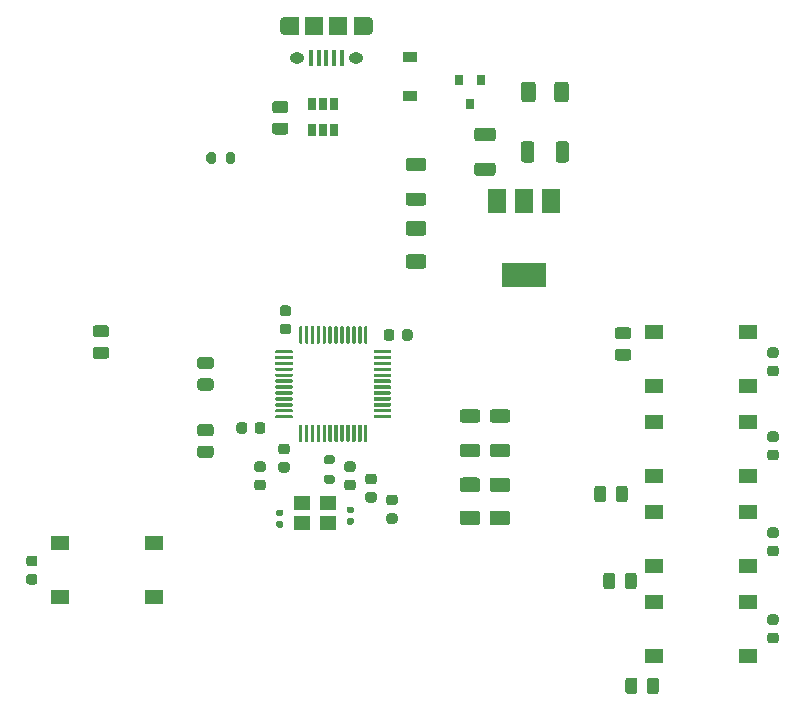
<source format=gtp>
G04 #@! TF.GenerationSoftware,KiCad,Pcbnew,5.1.10-88a1d61d58~90~ubuntu20.04.1*
G04 #@! TF.CreationDate,2021-11-20T18:16:27-05:00*
G04 #@! TF.ProjectId,WiFiSTMBoard,57694669-5354-44d4-926f-6172642e6b69,rev?*
G04 #@! TF.SameCoordinates,Original*
G04 #@! TF.FileFunction,Paste,Top*
G04 #@! TF.FilePolarity,Positive*
%FSLAX46Y46*%
G04 Gerber Fmt 4.6, Leading zero omitted, Abs format (unit mm)*
G04 Created by KiCad (PCBNEW 5.1.10-88a1d61d58~90~ubuntu20.04.1) date 2021-11-20 18:16:27*
%MOMM*%
%LPD*%
G01*
G04 APERTURE LIST*
%ADD10R,1.400000X1.200000*%
%ADD11R,0.650000X1.060000*%
%ADD12R,1.500000X2.000000*%
%ADD13R,3.800000X2.000000*%
%ADD14R,1.550000X1.300000*%
%ADD15R,0.800000X0.900000*%
%ADD16O,1.250000X0.950000*%
%ADD17R,1.200000X1.550000*%
%ADD18O,0.890000X1.550000*%
%ADD19R,1.500000X1.550000*%
%ADD20R,0.400000X1.350000*%
%ADD21R,1.200000X0.900000*%
G04 APERTURE END LIST*
G36*
G01*
X105059600Y-109173600D02*
X103734600Y-109173600D01*
G75*
G02*
X103659600Y-109098600I0J75000D01*
G01*
X103659600Y-108948600D01*
G75*
G02*
X103734600Y-108873600I75000J0D01*
G01*
X105059600Y-108873600D01*
G75*
G02*
X105134600Y-108948600I0J-75000D01*
G01*
X105134600Y-109098600D01*
G75*
G02*
X105059600Y-109173600I-75000J0D01*
G01*
G37*
G36*
G01*
X105059600Y-108673600D02*
X103734600Y-108673600D01*
G75*
G02*
X103659600Y-108598600I0J75000D01*
G01*
X103659600Y-108448600D01*
G75*
G02*
X103734600Y-108373600I75000J0D01*
G01*
X105059600Y-108373600D01*
G75*
G02*
X105134600Y-108448600I0J-75000D01*
G01*
X105134600Y-108598600D01*
G75*
G02*
X105059600Y-108673600I-75000J0D01*
G01*
G37*
G36*
G01*
X105059600Y-108173600D02*
X103734600Y-108173600D01*
G75*
G02*
X103659600Y-108098600I0J75000D01*
G01*
X103659600Y-107948600D01*
G75*
G02*
X103734600Y-107873600I75000J0D01*
G01*
X105059600Y-107873600D01*
G75*
G02*
X105134600Y-107948600I0J-75000D01*
G01*
X105134600Y-108098600D01*
G75*
G02*
X105059600Y-108173600I-75000J0D01*
G01*
G37*
G36*
G01*
X105059600Y-107673600D02*
X103734600Y-107673600D01*
G75*
G02*
X103659600Y-107598600I0J75000D01*
G01*
X103659600Y-107448600D01*
G75*
G02*
X103734600Y-107373600I75000J0D01*
G01*
X105059600Y-107373600D01*
G75*
G02*
X105134600Y-107448600I0J-75000D01*
G01*
X105134600Y-107598600D01*
G75*
G02*
X105059600Y-107673600I-75000J0D01*
G01*
G37*
G36*
G01*
X105059600Y-107173600D02*
X103734600Y-107173600D01*
G75*
G02*
X103659600Y-107098600I0J75000D01*
G01*
X103659600Y-106948600D01*
G75*
G02*
X103734600Y-106873600I75000J0D01*
G01*
X105059600Y-106873600D01*
G75*
G02*
X105134600Y-106948600I0J-75000D01*
G01*
X105134600Y-107098600D01*
G75*
G02*
X105059600Y-107173600I-75000J0D01*
G01*
G37*
G36*
G01*
X105059600Y-106673600D02*
X103734600Y-106673600D01*
G75*
G02*
X103659600Y-106598600I0J75000D01*
G01*
X103659600Y-106448600D01*
G75*
G02*
X103734600Y-106373600I75000J0D01*
G01*
X105059600Y-106373600D01*
G75*
G02*
X105134600Y-106448600I0J-75000D01*
G01*
X105134600Y-106598600D01*
G75*
G02*
X105059600Y-106673600I-75000J0D01*
G01*
G37*
G36*
G01*
X105059600Y-106173600D02*
X103734600Y-106173600D01*
G75*
G02*
X103659600Y-106098600I0J75000D01*
G01*
X103659600Y-105948600D01*
G75*
G02*
X103734600Y-105873600I75000J0D01*
G01*
X105059600Y-105873600D01*
G75*
G02*
X105134600Y-105948600I0J-75000D01*
G01*
X105134600Y-106098600D01*
G75*
G02*
X105059600Y-106173600I-75000J0D01*
G01*
G37*
G36*
G01*
X105059600Y-105673600D02*
X103734600Y-105673600D01*
G75*
G02*
X103659600Y-105598600I0J75000D01*
G01*
X103659600Y-105448600D01*
G75*
G02*
X103734600Y-105373600I75000J0D01*
G01*
X105059600Y-105373600D01*
G75*
G02*
X105134600Y-105448600I0J-75000D01*
G01*
X105134600Y-105598600D01*
G75*
G02*
X105059600Y-105673600I-75000J0D01*
G01*
G37*
G36*
G01*
X105059600Y-105173600D02*
X103734600Y-105173600D01*
G75*
G02*
X103659600Y-105098600I0J75000D01*
G01*
X103659600Y-104948600D01*
G75*
G02*
X103734600Y-104873600I75000J0D01*
G01*
X105059600Y-104873600D01*
G75*
G02*
X105134600Y-104948600I0J-75000D01*
G01*
X105134600Y-105098600D01*
G75*
G02*
X105059600Y-105173600I-75000J0D01*
G01*
G37*
G36*
G01*
X105059600Y-104673600D02*
X103734600Y-104673600D01*
G75*
G02*
X103659600Y-104598600I0J75000D01*
G01*
X103659600Y-104448600D01*
G75*
G02*
X103734600Y-104373600I75000J0D01*
G01*
X105059600Y-104373600D01*
G75*
G02*
X105134600Y-104448600I0J-75000D01*
G01*
X105134600Y-104598600D01*
G75*
G02*
X105059600Y-104673600I-75000J0D01*
G01*
G37*
G36*
G01*
X105059600Y-104173600D02*
X103734600Y-104173600D01*
G75*
G02*
X103659600Y-104098600I0J75000D01*
G01*
X103659600Y-103948600D01*
G75*
G02*
X103734600Y-103873600I75000J0D01*
G01*
X105059600Y-103873600D01*
G75*
G02*
X105134600Y-103948600I0J-75000D01*
G01*
X105134600Y-104098600D01*
G75*
G02*
X105059600Y-104173600I-75000J0D01*
G01*
G37*
G36*
G01*
X105059600Y-103673600D02*
X103734600Y-103673600D01*
G75*
G02*
X103659600Y-103598600I0J75000D01*
G01*
X103659600Y-103448600D01*
G75*
G02*
X103734600Y-103373600I75000J0D01*
G01*
X105059600Y-103373600D01*
G75*
G02*
X105134600Y-103448600I0J-75000D01*
G01*
X105134600Y-103598600D01*
G75*
G02*
X105059600Y-103673600I-75000J0D01*
G01*
G37*
G36*
G01*
X105884600Y-102848600D02*
X105734600Y-102848600D01*
G75*
G02*
X105659600Y-102773600I0J75000D01*
G01*
X105659600Y-101448600D01*
G75*
G02*
X105734600Y-101373600I75000J0D01*
G01*
X105884600Y-101373600D01*
G75*
G02*
X105959600Y-101448600I0J-75000D01*
G01*
X105959600Y-102773600D01*
G75*
G02*
X105884600Y-102848600I-75000J0D01*
G01*
G37*
G36*
G01*
X106384600Y-102848600D02*
X106234600Y-102848600D01*
G75*
G02*
X106159600Y-102773600I0J75000D01*
G01*
X106159600Y-101448600D01*
G75*
G02*
X106234600Y-101373600I75000J0D01*
G01*
X106384600Y-101373600D01*
G75*
G02*
X106459600Y-101448600I0J-75000D01*
G01*
X106459600Y-102773600D01*
G75*
G02*
X106384600Y-102848600I-75000J0D01*
G01*
G37*
G36*
G01*
X106884600Y-102848600D02*
X106734600Y-102848600D01*
G75*
G02*
X106659600Y-102773600I0J75000D01*
G01*
X106659600Y-101448600D01*
G75*
G02*
X106734600Y-101373600I75000J0D01*
G01*
X106884600Y-101373600D01*
G75*
G02*
X106959600Y-101448600I0J-75000D01*
G01*
X106959600Y-102773600D01*
G75*
G02*
X106884600Y-102848600I-75000J0D01*
G01*
G37*
G36*
G01*
X107384600Y-102848600D02*
X107234600Y-102848600D01*
G75*
G02*
X107159600Y-102773600I0J75000D01*
G01*
X107159600Y-101448600D01*
G75*
G02*
X107234600Y-101373600I75000J0D01*
G01*
X107384600Y-101373600D01*
G75*
G02*
X107459600Y-101448600I0J-75000D01*
G01*
X107459600Y-102773600D01*
G75*
G02*
X107384600Y-102848600I-75000J0D01*
G01*
G37*
G36*
G01*
X107884600Y-102848600D02*
X107734600Y-102848600D01*
G75*
G02*
X107659600Y-102773600I0J75000D01*
G01*
X107659600Y-101448600D01*
G75*
G02*
X107734600Y-101373600I75000J0D01*
G01*
X107884600Y-101373600D01*
G75*
G02*
X107959600Y-101448600I0J-75000D01*
G01*
X107959600Y-102773600D01*
G75*
G02*
X107884600Y-102848600I-75000J0D01*
G01*
G37*
G36*
G01*
X108384600Y-102848600D02*
X108234600Y-102848600D01*
G75*
G02*
X108159600Y-102773600I0J75000D01*
G01*
X108159600Y-101448600D01*
G75*
G02*
X108234600Y-101373600I75000J0D01*
G01*
X108384600Y-101373600D01*
G75*
G02*
X108459600Y-101448600I0J-75000D01*
G01*
X108459600Y-102773600D01*
G75*
G02*
X108384600Y-102848600I-75000J0D01*
G01*
G37*
G36*
G01*
X108884600Y-102848600D02*
X108734600Y-102848600D01*
G75*
G02*
X108659600Y-102773600I0J75000D01*
G01*
X108659600Y-101448600D01*
G75*
G02*
X108734600Y-101373600I75000J0D01*
G01*
X108884600Y-101373600D01*
G75*
G02*
X108959600Y-101448600I0J-75000D01*
G01*
X108959600Y-102773600D01*
G75*
G02*
X108884600Y-102848600I-75000J0D01*
G01*
G37*
G36*
G01*
X109384600Y-102848600D02*
X109234600Y-102848600D01*
G75*
G02*
X109159600Y-102773600I0J75000D01*
G01*
X109159600Y-101448600D01*
G75*
G02*
X109234600Y-101373600I75000J0D01*
G01*
X109384600Y-101373600D01*
G75*
G02*
X109459600Y-101448600I0J-75000D01*
G01*
X109459600Y-102773600D01*
G75*
G02*
X109384600Y-102848600I-75000J0D01*
G01*
G37*
G36*
G01*
X109884600Y-102848600D02*
X109734600Y-102848600D01*
G75*
G02*
X109659600Y-102773600I0J75000D01*
G01*
X109659600Y-101448600D01*
G75*
G02*
X109734600Y-101373600I75000J0D01*
G01*
X109884600Y-101373600D01*
G75*
G02*
X109959600Y-101448600I0J-75000D01*
G01*
X109959600Y-102773600D01*
G75*
G02*
X109884600Y-102848600I-75000J0D01*
G01*
G37*
G36*
G01*
X110384600Y-102848600D02*
X110234600Y-102848600D01*
G75*
G02*
X110159600Y-102773600I0J75000D01*
G01*
X110159600Y-101448600D01*
G75*
G02*
X110234600Y-101373600I75000J0D01*
G01*
X110384600Y-101373600D01*
G75*
G02*
X110459600Y-101448600I0J-75000D01*
G01*
X110459600Y-102773600D01*
G75*
G02*
X110384600Y-102848600I-75000J0D01*
G01*
G37*
G36*
G01*
X110884600Y-102848600D02*
X110734600Y-102848600D01*
G75*
G02*
X110659600Y-102773600I0J75000D01*
G01*
X110659600Y-101448600D01*
G75*
G02*
X110734600Y-101373600I75000J0D01*
G01*
X110884600Y-101373600D01*
G75*
G02*
X110959600Y-101448600I0J-75000D01*
G01*
X110959600Y-102773600D01*
G75*
G02*
X110884600Y-102848600I-75000J0D01*
G01*
G37*
G36*
G01*
X111384600Y-102848600D02*
X111234600Y-102848600D01*
G75*
G02*
X111159600Y-102773600I0J75000D01*
G01*
X111159600Y-101448600D01*
G75*
G02*
X111234600Y-101373600I75000J0D01*
G01*
X111384600Y-101373600D01*
G75*
G02*
X111459600Y-101448600I0J-75000D01*
G01*
X111459600Y-102773600D01*
G75*
G02*
X111384600Y-102848600I-75000J0D01*
G01*
G37*
G36*
G01*
X113384600Y-103673600D02*
X112059600Y-103673600D01*
G75*
G02*
X111984600Y-103598600I0J75000D01*
G01*
X111984600Y-103448600D01*
G75*
G02*
X112059600Y-103373600I75000J0D01*
G01*
X113384600Y-103373600D01*
G75*
G02*
X113459600Y-103448600I0J-75000D01*
G01*
X113459600Y-103598600D01*
G75*
G02*
X113384600Y-103673600I-75000J0D01*
G01*
G37*
G36*
G01*
X113384600Y-104173600D02*
X112059600Y-104173600D01*
G75*
G02*
X111984600Y-104098600I0J75000D01*
G01*
X111984600Y-103948600D01*
G75*
G02*
X112059600Y-103873600I75000J0D01*
G01*
X113384600Y-103873600D01*
G75*
G02*
X113459600Y-103948600I0J-75000D01*
G01*
X113459600Y-104098600D01*
G75*
G02*
X113384600Y-104173600I-75000J0D01*
G01*
G37*
G36*
G01*
X113384600Y-104673600D02*
X112059600Y-104673600D01*
G75*
G02*
X111984600Y-104598600I0J75000D01*
G01*
X111984600Y-104448600D01*
G75*
G02*
X112059600Y-104373600I75000J0D01*
G01*
X113384600Y-104373600D01*
G75*
G02*
X113459600Y-104448600I0J-75000D01*
G01*
X113459600Y-104598600D01*
G75*
G02*
X113384600Y-104673600I-75000J0D01*
G01*
G37*
G36*
G01*
X113384600Y-105173600D02*
X112059600Y-105173600D01*
G75*
G02*
X111984600Y-105098600I0J75000D01*
G01*
X111984600Y-104948600D01*
G75*
G02*
X112059600Y-104873600I75000J0D01*
G01*
X113384600Y-104873600D01*
G75*
G02*
X113459600Y-104948600I0J-75000D01*
G01*
X113459600Y-105098600D01*
G75*
G02*
X113384600Y-105173600I-75000J0D01*
G01*
G37*
G36*
G01*
X113384600Y-105673600D02*
X112059600Y-105673600D01*
G75*
G02*
X111984600Y-105598600I0J75000D01*
G01*
X111984600Y-105448600D01*
G75*
G02*
X112059600Y-105373600I75000J0D01*
G01*
X113384600Y-105373600D01*
G75*
G02*
X113459600Y-105448600I0J-75000D01*
G01*
X113459600Y-105598600D01*
G75*
G02*
X113384600Y-105673600I-75000J0D01*
G01*
G37*
G36*
G01*
X113384600Y-106173600D02*
X112059600Y-106173600D01*
G75*
G02*
X111984600Y-106098600I0J75000D01*
G01*
X111984600Y-105948600D01*
G75*
G02*
X112059600Y-105873600I75000J0D01*
G01*
X113384600Y-105873600D01*
G75*
G02*
X113459600Y-105948600I0J-75000D01*
G01*
X113459600Y-106098600D01*
G75*
G02*
X113384600Y-106173600I-75000J0D01*
G01*
G37*
G36*
G01*
X113384600Y-106673600D02*
X112059600Y-106673600D01*
G75*
G02*
X111984600Y-106598600I0J75000D01*
G01*
X111984600Y-106448600D01*
G75*
G02*
X112059600Y-106373600I75000J0D01*
G01*
X113384600Y-106373600D01*
G75*
G02*
X113459600Y-106448600I0J-75000D01*
G01*
X113459600Y-106598600D01*
G75*
G02*
X113384600Y-106673600I-75000J0D01*
G01*
G37*
G36*
G01*
X113384600Y-107173600D02*
X112059600Y-107173600D01*
G75*
G02*
X111984600Y-107098600I0J75000D01*
G01*
X111984600Y-106948600D01*
G75*
G02*
X112059600Y-106873600I75000J0D01*
G01*
X113384600Y-106873600D01*
G75*
G02*
X113459600Y-106948600I0J-75000D01*
G01*
X113459600Y-107098600D01*
G75*
G02*
X113384600Y-107173600I-75000J0D01*
G01*
G37*
G36*
G01*
X113384600Y-107673600D02*
X112059600Y-107673600D01*
G75*
G02*
X111984600Y-107598600I0J75000D01*
G01*
X111984600Y-107448600D01*
G75*
G02*
X112059600Y-107373600I75000J0D01*
G01*
X113384600Y-107373600D01*
G75*
G02*
X113459600Y-107448600I0J-75000D01*
G01*
X113459600Y-107598600D01*
G75*
G02*
X113384600Y-107673600I-75000J0D01*
G01*
G37*
G36*
G01*
X113384600Y-108173600D02*
X112059600Y-108173600D01*
G75*
G02*
X111984600Y-108098600I0J75000D01*
G01*
X111984600Y-107948600D01*
G75*
G02*
X112059600Y-107873600I75000J0D01*
G01*
X113384600Y-107873600D01*
G75*
G02*
X113459600Y-107948600I0J-75000D01*
G01*
X113459600Y-108098600D01*
G75*
G02*
X113384600Y-108173600I-75000J0D01*
G01*
G37*
G36*
G01*
X113384600Y-108673600D02*
X112059600Y-108673600D01*
G75*
G02*
X111984600Y-108598600I0J75000D01*
G01*
X111984600Y-108448600D01*
G75*
G02*
X112059600Y-108373600I75000J0D01*
G01*
X113384600Y-108373600D01*
G75*
G02*
X113459600Y-108448600I0J-75000D01*
G01*
X113459600Y-108598600D01*
G75*
G02*
X113384600Y-108673600I-75000J0D01*
G01*
G37*
G36*
G01*
X113384600Y-109173600D02*
X112059600Y-109173600D01*
G75*
G02*
X111984600Y-109098600I0J75000D01*
G01*
X111984600Y-108948600D01*
G75*
G02*
X112059600Y-108873600I75000J0D01*
G01*
X113384600Y-108873600D01*
G75*
G02*
X113459600Y-108948600I0J-75000D01*
G01*
X113459600Y-109098600D01*
G75*
G02*
X113384600Y-109173600I-75000J0D01*
G01*
G37*
G36*
G01*
X111384600Y-111173600D02*
X111234600Y-111173600D01*
G75*
G02*
X111159600Y-111098600I0J75000D01*
G01*
X111159600Y-109773600D01*
G75*
G02*
X111234600Y-109698600I75000J0D01*
G01*
X111384600Y-109698600D01*
G75*
G02*
X111459600Y-109773600I0J-75000D01*
G01*
X111459600Y-111098600D01*
G75*
G02*
X111384600Y-111173600I-75000J0D01*
G01*
G37*
G36*
G01*
X110884600Y-111173600D02*
X110734600Y-111173600D01*
G75*
G02*
X110659600Y-111098600I0J75000D01*
G01*
X110659600Y-109773600D01*
G75*
G02*
X110734600Y-109698600I75000J0D01*
G01*
X110884600Y-109698600D01*
G75*
G02*
X110959600Y-109773600I0J-75000D01*
G01*
X110959600Y-111098600D01*
G75*
G02*
X110884600Y-111173600I-75000J0D01*
G01*
G37*
G36*
G01*
X110384600Y-111173600D02*
X110234600Y-111173600D01*
G75*
G02*
X110159600Y-111098600I0J75000D01*
G01*
X110159600Y-109773600D01*
G75*
G02*
X110234600Y-109698600I75000J0D01*
G01*
X110384600Y-109698600D01*
G75*
G02*
X110459600Y-109773600I0J-75000D01*
G01*
X110459600Y-111098600D01*
G75*
G02*
X110384600Y-111173600I-75000J0D01*
G01*
G37*
G36*
G01*
X109884600Y-111173600D02*
X109734600Y-111173600D01*
G75*
G02*
X109659600Y-111098600I0J75000D01*
G01*
X109659600Y-109773600D01*
G75*
G02*
X109734600Y-109698600I75000J0D01*
G01*
X109884600Y-109698600D01*
G75*
G02*
X109959600Y-109773600I0J-75000D01*
G01*
X109959600Y-111098600D01*
G75*
G02*
X109884600Y-111173600I-75000J0D01*
G01*
G37*
G36*
G01*
X109384600Y-111173600D02*
X109234600Y-111173600D01*
G75*
G02*
X109159600Y-111098600I0J75000D01*
G01*
X109159600Y-109773600D01*
G75*
G02*
X109234600Y-109698600I75000J0D01*
G01*
X109384600Y-109698600D01*
G75*
G02*
X109459600Y-109773600I0J-75000D01*
G01*
X109459600Y-111098600D01*
G75*
G02*
X109384600Y-111173600I-75000J0D01*
G01*
G37*
G36*
G01*
X108884600Y-111173600D02*
X108734600Y-111173600D01*
G75*
G02*
X108659600Y-111098600I0J75000D01*
G01*
X108659600Y-109773600D01*
G75*
G02*
X108734600Y-109698600I75000J0D01*
G01*
X108884600Y-109698600D01*
G75*
G02*
X108959600Y-109773600I0J-75000D01*
G01*
X108959600Y-111098600D01*
G75*
G02*
X108884600Y-111173600I-75000J0D01*
G01*
G37*
G36*
G01*
X108384600Y-111173600D02*
X108234600Y-111173600D01*
G75*
G02*
X108159600Y-111098600I0J75000D01*
G01*
X108159600Y-109773600D01*
G75*
G02*
X108234600Y-109698600I75000J0D01*
G01*
X108384600Y-109698600D01*
G75*
G02*
X108459600Y-109773600I0J-75000D01*
G01*
X108459600Y-111098600D01*
G75*
G02*
X108384600Y-111173600I-75000J0D01*
G01*
G37*
G36*
G01*
X107884600Y-111173600D02*
X107734600Y-111173600D01*
G75*
G02*
X107659600Y-111098600I0J75000D01*
G01*
X107659600Y-109773600D01*
G75*
G02*
X107734600Y-109698600I75000J0D01*
G01*
X107884600Y-109698600D01*
G75*
G02*
X107959600Y-109773600I0J-75000D01*
G01*
X107959600Y-111098600D01*
G75*
G02*
X107884600Y-111173600I-75000J0D01*
G01*
G37*
G36*
G01*
X107384600Y-111173600D02*
X107234600Y-111173600D01*
G75*
G02*
X107159600Y-111098600I0J75000D01*
G01*
X107159600Y-109773600D01*
G75*
G02*
X107234600Y-109698600I75000J0D01*
G01*
X107384600Y-109698600D01*
G75*
G02*
X107459600Y-109773600I0J-75000D01*
G01*
X107459600Y-111098600D01*
G75*
G02*
X107384600Y-111173600I-75000J0D01*
G01*
G37*
G36*
G01*
X106884600Y-111173600D02*
X106734600Y-111173600D01*
G75*
G02*
X106659600Y-111098600I0J75000D01*
G01*
X106659600Y-109773600D01*
G75*
G02*
X106734600Y-109698600I75000J0D01*
G01*
X106884600Y-109698600D01*
G75*
G02*
X106959600Y-109773600I0J-75000D01*
G01*
X106959600Y-111098600D01*
G75*
G02*
X106884600Y-111173600I-75000J0D01*
G01*
G37*
G36*
G01*
X106384600Y-111173600D02*
X106234600Y-111173600D01*
G75*
G02*
X106159600Y-111098600I0J75000D01*
G01*
X106159600Y-109773600D01*
G75*
G02*
X106234600Y-109698600I75000J0D01*
G01*
X106384600Y-109698600D01*
G75*
G02*
X106459600Y-109773600I0J-75000D01*
G01*
X106459600Y-111098600D01*
G75*
G02*
X106384600Y-111173600I-75000J0D01*
G01*
G37*
G36*
G01*
X105884600Y-111173600D02*
X105734600Y-111173600D01*
G75*
G02*
X105659600Y-111098600I0J75000D01*
G01*
X105659600Y-109773600D01*
G75*
G02*
X105734600Y-109698600I75000J0D01*
G01*
X105884600Y-109698600D01*
G75*
G02*
X105959600Y-109773600I0J-75000D01*
G01*
X105959600Y-111098600D01*
G75*
G02*
X105884600Y-111173600I-75000J0D01*
G01*
G37*
D10*
X105943400Y-116357400D03*
X108143400Y-116357400D03*
X108143400Y-118057400D03*
X105943400Y-118057400D03*
D11*
X107721400Y-84742200D03*
X108671400Y-84742200D03*
X106771400Y-84742200D03*
X106771400Y-82542200D03*
X107721400Y-82542200D03*
X108671400Y-82542200D03*
D12*
X127014000Y-90753800D03*
X122414000Y-90753800D03*
X124714000Y-90753800D03*
D13*
X124714000Y-97053800D03*
D14*
X135725000Y-101890000D03*
X135725000Y-106390000D03*
X143675000Y-106390000D03*
X143675000Y-101890000D03*
X135725000Y-117130000D03*
X135725000Y-121630000D03*
X143675000Y-121630000D03*
X143675000Y-117130000D03*
X135725000Y-109510000D03*
X135725000Y-114010000D03*
X143675000Y-114010000D03*
X143675000Y-109510000D03*
X135725000Y-124750000D03*
X135725000Y-129250000D03*
X143675000Y-129250000D03*
X143675000Y-124750000D03*
X85425000Y-119760000D03*
X85425000Y-124260000D03*
X93375000Y-124260000D03*
X93375000Y-119760000D03*
G36*
G01*
X103627999Y-84126000D02*
X104528001Y-84126000D01*
G75*
G02*
X104778000Y-84375999I0J-249999D01*
G01*
X104778000Y-84901001D01*
G75*
G02*
X104528001Y-85151000I-249999J0D01*
G01*
X103627999Y-85151000D01*
G75*
G02*
X103378000Y-84901001I0J249999D01*
G01*
X103378000Y-84375999D01*
G75*
G02*
X103627999Y-84126000I249999J0D01*
G01*
G37*
G36*
G01*
X103627999Y-82301000D02*
X104528001Y-82301000D01*
G75*
G02*
X104778000Y-82550999I0J-249999D01*
G01*
X104778000Y-83076001D01*
G75*
G02*
X104528001Y-83326000I-249999J0D01*
G01*
X103627999Y-83326000D01*
G75*
G02*
X103378000Y-83076001I0J249999D01*
G01*
X103378000Y-82550999D01*
G75*
G02*
X103627999Y-82301000I249999J0D01*
G01*
G37*
G36*
G01*
X132645999Y-103270000D02*
X133546001Y-103270000D01*
G75*
G02*
X133796000Y-103519999I0J-249999D01*
G01*
X133796000Y-104045001D01*
G75*
G02*
X133546001Y-104295000I-249999J0D01*
G01*
X132645999Y-104295000D01*
G75*
G02*
X132396000Y-104045001I0J249999D01*
G01*
X132396000Y-103519999D01*
G75*
G02*
X132645999Y-103270000I249999J0D01*
G01*
G37*
G36*
G01*
X132645999Y-101445000D02*
X133546001Y-101445000D01*
G75*
G02*
X133796000Y-101694999I0J-249999D01*
G01*
X133796000Y-102220001D01*
G75*
G02*
X133546001Y-102470000I-249999J0D01*
G01*
X132645999Y-102470000D01*
G75*
G02*
X132396000Y-102220001I0J249999D01*
G01*
X132396000Y-101694999D01*
G75*
G02*
X132645999Y-101445000I249999J0D01*
G01*
G37*
G36*
G01*
X133242000Y-123386001D02*
X133242000Y-122485999D01*
G75*
G02*
X133491999Y-122236000I249999J0D01*
G01*
X134017001Y-122236000D01*
G75*
G02*
X134267000Y-122485999I0J-249999D01*
G01*
X134267000Y-123386001D01*
G75*
G02*
X134017001Y-123636000I-249999J0D01*
G01*
X133491999Y-123636000D01*
G75*
G02*
X133242000Y-123386001I0J249999D01*
G01*
G37*
G36*
G01*
X131417000Y-123386001D02*
X131417000Y-122485999D01*
G75*
G02*
X131666999Y-122236000I249999J0D01*
G01*
X132192001Y-122236000D01*
G75*
G02*
X132442000Y-122485999I0J-249999D01*
G01*
X132442000Y-123386001D01*
G75*
G02*
X132192001Y-123636000I-249999J0D01*
G01*
X131666999Y-123636000D01*
G75*
G02*
X131417000Y-123386001I0J249999D01*
G01*
G37*
G36*
G01*
X98200001Y-110687500D02*
X97299999Y-110687500D01*
G75*
G02*
X97050000Y-110437501I0J249999D01*
G01*
X97050000Y-109912499D01*
G75*
G02*
X97299999Y-109662500I249999J0D01*
G01*
X98200001Y-109662500D01*
G75*
G02*
X98450000Y-109912499I0J-249999D01*
G01*
X98450000Y-110437501D01*
G75*
G02*
X98200001Y-110687500I-249999J0D01*
G01*
G37*
G36*
G01*
X98200001Y-112512500D02*
X97299999Y-112512500D01*
G75*
G02*
X97050000Y-112262501I0J249999D01*
G01*
X97050000Y-111737499D01*
G75*
G02*
X97299999Y-111487500I249999J0D01*
G01*
X98200001Y-111487500D01*
G75*
G02*
X98450000Y-111737499I0J-249999D01*
G01*
X98450000Y-112262501D01*
G75*
G02*
X98200001Y-112512500I-249999J0D01*
G01*
G37*
G36*
G01*
X97299999Y-105793500D02*
X98200001Y-105793500D01*
G75*
G02*
X98450000Y-106043499I0J-249999D01*
G01*
X98450000Y-106568501D01*
G75*
G02*
X98200001Y-106818500I-249999J0D01*
G01*
X97299999Y-106818500D01*
G75*
G02*
X97050000Y-106568501I0J249999D01*
G01*
X97050000Y-106043499D01*
G75*
G02*
X97299999Y-105793500I249999J0D01*
G01*
G37*
G36*
G01*
X97299999Y-103968500D02*
X98200001Y-103968500D01*
G75*
G02*
X98450000Y-104218499I0J-249999D01*
G01*
X98450000Y-104743501D01*
G75*
G02*
X98200001Y-104993500I-249999J0D01*
G01*
X97299999Y-104993500D01*
G75*
G02*
X97050000Y-104743501I0J249999D01*
G01*
X97050000Y-104218499D01*
G75*
G02*
X97299999Y-103968500I249999J0D01*
G01*
G37*
G36*
G01*
X132480000Y-116020001D02*
X132480000Y-115119999D01*
G75*
G02*
X132729999Y-114870000I249999J0D01*
G01*
X133255001Y-114870000D01*
G75*
G02*
X133505000Y-115119999I0J-249999D01*
G01*
X133505000Y-116020001D01*
G75*
G02*
X133255001Y-116270000I-249999J0D01*
G01*
X132729999Y-116270000D01*
G75*
G02*
X132480000Y-116020001I0J249999D01*
G01*
G37*
G36*
G01*
X130655000Y-116020001D02*
X130655000Y-115119999D01*
G75*
G02*
X130904999Y-114870000I249999J0D01*
G01*
X131430001Y-114870000D01*
G75*
G02*
X131680000Y-115119999I0J-249999D01*
G01*
X131680000Y-116020001D01*
G75*
G02*
X131430001Y-116270000I-249999J0D01*
G01*
X130904999Y-116270000D01*
G75*
G02*
X130655000Y-116020001I0J249999D01*
G01*
G37*
G36*
G01*
X135123500Y-132276001D02*
X135123500Y-131375999D01*
G75*
G02*
X135373499Y-131126000I249999J0D01*
G01*
X135898501Y-131126000D01*
G75*
G02*
X136148500Y-131375999I0J-249999D01*
G01*
X136148500Y-132276001D01*
G75*
G02*
X135898501Y-132526000I-249999J0D01*
G01*
X135373499Y-132526000D01*
G75*
G02*
X135123500Y-132276001I0J249999D01*
G01*
G37*
G36*
G01*
X133298500Y-132276001D02*
X133298500Y-131375999D01*
G75*
G02*
X133548499Y-131126000I249999J0D01*
G01*
X134073501Y-131126000D01*
G75*
G02*
X134323500Y-131375999I0J-249999D01*
G01*
X134323500Y-132276001D01*
G75*
G02*
X134073501Y-132526000I-249999J0D01*
G01*
X133548499Y-132526000D01*
G75*
G02*
X133298500Y-132276001I0J249999D01*
G01*
G37*
G36*
G01*
X99485000Y-87397000D02*
X99485000Y-86847000D01*
G75*
G02*
X99685000Y-86647000I200000J0D01*
G01*
X100085000Y-86647000D01*
G75*
G02*
X100285000Y-86847000I0J-200000D01*
G01*
X100285000Y-87397000D01*
G75*
G02*
X100085000Y-87597000I-200000J0D01*
G01*
X99685000Y-87597000D01*
G75*
G02*
X99485000Y-87397000I0J200000D01*
G01*
G37*
G36*
G01*
X97835000Y-87397000D02*
X97835000Y-86847000D01*
G75*
G02*
X98035000Y-86647000I200000J0D01*
G01*
X98435000Y-86647000D01*
G75*
G02*
X98635000Y-86847000I0J-200000D01*
G01*
X98635000Y-87397000D01*
G75*
G02*
X98435000Y-87597000I-200000J0D01*
G01*
X98035000Y-87597000D01*
G75*
G02*
X97835000Y-87397000I0J200000D01*
G01*
G37*
G36*
G01*
X114944999Y-90054000D02*
X116195001Y-90054000D01*
G75*
G02*
X116445000Y-90303999I0J-249999D01*
G01*
X116445000Y-90929001D01*
G75*
G02*
X116195001Y-91179000I-249999J0D01*
G01*
X114944999Y-91179000D01*
G75*
G02*
X114695000Y-90929001I0J249999D01*
G01*
X114695000Y-90303999D01*
G75*
G02*
X114944999Y-90054000I249999J0D01*
G01*
G37*
G36*
G01*
X114944999Y-87129000D02*
X116195001Y-87129000D01*
G75*
G02*
X116445000Y-87378999I0J-249999D01*
G01*
X116445000Y-88004001D01*
G75*
G02*
X116195001Y-88254000I-249999J0D01*
G01*
X114944999Y-88254000D01*
G75*
G02*
X114695000Y-88004001I0J249999D01*
G01*
X114695000Y-87378999D01*
G75*
G02*
X114944999Y-87129000I249999J0D01*
G01*
G37*
G36*
G01*
X107954400Y-113925400D02*
X108504400Y-113925400D01*
G75*
G02*
X108704400Y-114125400I0J-200000D01*
G01*
X108704400Y-114525400D01*
G75*
G02*
X108504400Y-114725400I-200000J0D01*
G01*
X107954400Y-114725400D01*
G75*
G02*
X107754400Y-114525400I0J200000D01*
G01*
X107754400Y-114125400D01*
G75*
G02*
X107954400Y-113925400I200000J0D01*
G01*
G37*
G36*
G01*
X107954400Y-112275400D02*
X108504400Y-112275400D01*
G75*
G02*
X108704400Y-112475400I0J-200000D01*
G01*
X108704400Y-112875400D01*
G75*
G02*
X108504400Y-113075400I-200000J0D01*
G01*
X107954400Y-113075400D01*
G75*
G02*
X107754400Y-112875400I0J200000D01*
G01*
X107754400Y-112475400D01*
G75*
G02*
X107954400Y-112275400I200000J0D01*
G01*
G37*
G36*
G01*
X88449999Y-103119500D02*
X89350001Y-103119500D01*
G75*
G02*
X89600000Y-103369499I0J-249999D01*
G01*
X89600000Y-103894501D01*
G75*
G02*
X89350001Y-104144500I-249999J0D01*
G01*
X88449999Y-104144500D01*
G75*
G02*
X88200000Y-103894501I0J249999D01*
G01*
X88200000Y-103369499D01*
G75*
G02*
X88449999Y-103119500I249999J0D01*
G01*
G37*
G36*
G01*
X88449999Y-101294500D02*
X89350001Y-101294500D01*
G75*
G02*
X89600000Y-101544499I0J-249999D01*
G01*
X89600000Y-102069501D01*
G75*
G02*
X89350001Y-102319500I-249999J0D01*
G01*
X88449999Y-102319500D01*
G75*
G02*
X88200000Y-102069501I0J249999D01*
G01*
X88200000Y-101544499D01*
G75*
G02*
X88449999Y-101294500I249999J0D01*
G01*
G37*
G36*
G01*
X119516999Y-111328500D02*
X120767001Y-111328500D01*
G75*
G02*
X121017000Y-111578499I0J-249999D01*
G01*
X121017000Y-112203501D01*
G75*
G02*
X120767001Y-112453500I-249999J0D01*
G01*
X119516999Y-112453500D01*
G75*
G02*
X119267000Y-112203501I0J249999D01*
G01*
X119267000Y-111578499D01*
G75*
G02*
X119516999Y-111328500I249999J0D01*
G01*
G37*
G36*
G01*
X119516999Y-108403500D02*
X120767001Y-108403500D01*
G75*
G02*
X121017000Y-108653499I0J-249999D01*
G01*
X121017000Y-109278501D01*
G75*
G02*
X120767001Y-109528500I-249999J0D01*
G01*
X119516999Y-109528500D01*
G75*
G02*
X119267000Y-109278501I0J249999D01*
G01*
X119267000Y-108653499D01*
G75*
G02*
X119516999Y-108403500I249999J0D01*
G01*
G37*
G36*
G01*
X122056999Y-111328500D02*
X123307001Y-111328500D01*
G75*
G02*
X123557000Y-111578499I0J-249999D01*
G01*
X123557000Y-112203501D01*
G75*
G02*
X123307001Y-112453500I-249999J0D01*
G01*
X122056999Y-112453500D01*
G75*
G02*
X121807000Y-112203501I0J249999D01*
G01*
X121807000Y-111578499D01*
G75*
G02*
X122056999Y-111328500I249999J0D01*
G01*
G37*
G36*
G01*
X122056999Y-108403500D02*
X123307001Y-108403500D01*
G75*
G02*
X123557000Y-108653499I0J-249999D01*
G01*
X123557000Y-109278501D01*
G75*
G02*
X123307001Y-109528500I-249999J0D01*
G01*
X122056999Y-109528500D01*
G75*
G02*
X121807000Y-109278501I0J249999D01*
G01*
X121807000Y-108653499D01*
G75*
G02*
X122056999Y-108403500I249999J0D01*
G01*
G37*
D15*
X120142000Y-82534000D03*
X119192000Y-80534000D03*
X121092000Y-80534000D03*
G36*
G01*
X113794250Y-116515500D02*
X113281750Y-116515500D01*
G75*
G02*
X113063000Y-116296750I0J218750D01*
G01*
X113063000Y-115859250D01*
G75*
G02*
X113281750Y-115640500I218750J0D01*
G01*
X113794250Y-115640500D01*
G75*
G02*
X114013000Y-115859250I0J-218750D01*
G01*
X114013000Y-116296750D01*
G75*
G02*
X113794250Y-116515500I-218750J0D01*
G01*
G37*
G36*
G01*
X113794250Y-118090500D02*
X113281750Y-118090500D01*
G75*
G02*
X113063000Y-117871750I0J218750D01*
G01*
X113063000Y-117434250D01*
G75*
G02*
X113281750Y-117215500I218750J0D01*
G01*
X113794250Y-117215500D01*
G75*
G02*
X114013000Y-117434250I0J-218750D01*
G01*
X114013000Y-117871750D01*
G75*
G02*
X113794250Y-118090500I-218750J0D01*
G01*
G37*
D16*
X105475400Y-78692200D03*
X110475400Y-78692200D03*
D17*
X105075400Y-75992200D03*
X110875400Y-75992200D03*
D18*
X104475400Y-75992200D03*
D19*
X106975400Y-75992200D03*
X108975400Y-75992200D03*
D18*
X111475400Y-75992200D03*
D20*
X106675400Y-78692200D03*
X107325400Y-78692200D03*
X107975400Y-78692200D03*
X108625400Y-78692200D03*
X109275400Y-78692200D03*
G36*
G01*
X127267000Y-82159000D02*
X127267000Y-80909000D01*
G75*
G02*
X127517000Y-80659000I250000J0D01*
G01*
X128267000Y-80659000D01*
G75*
G02*
X128517000Y-80909000I0J-250000D01*
G01*
X128517000Y-82159000D01*
G75*
G02*
X128267000Y-82409000I-250000J0D01*
G01*
X127517000Y-82409000D01*
G75*
G02*
X127267000Y-82159000I0J250000D01*
G01*
G37*
G36*
G01*
X124467000Y-82159000D02*
X124467000Y-80909000D01*
G75*
G02*
X124717000Y-80659000I250000J0D01*
G01*
X125467000Y-80659000D01*
G75*
G02*
X125717000Y-80909000I0J-250000D01*
G01*
X125717000Y-82159000D01*
G75*
G02*
X125467000Y-82409000I-250000J0D01*
G01*
X124717000Y-82409000D01*
G75*
G02*
X124467000Y-82159000I0J250000D01*
G01*
G37*
G36*
G01*
X116195000Y-93713000D02*
X114945000Y-93713000D01*
G75*
G02*
X114695000Y-93463000I0J250000D01*
G01*
X114695000Y-92713000D01*
G75*
G02*
X114945000Y-92463000I250000J0D01*
G01*
X116195000Y-92463000D01*
G75*
G02*
X116445000Y-92713000I0J-250000D01*
G01*
X116445000Y-93463000D01*
G75*
G02*
X116195000Y-93713000I-250000J0D01*
G01*
G37*
G36*
G01*
X116195000Y-96513000D02*
X114945000Y-96513000D01*
G75*
G02*
X114695000Y-96263000I0J250000D01*
G01*
X114695000Y-95513000D01*
G75*
G02*
X114945000Y-95263000I250000J0D01*
G01*
X116195000Y-95263000D01*
G75*
G02*
X116445000Y-95513000I0J-250000D01*
G01*
X116445000Y-96263000D01*
G75*
G02*
X116195000Y-96513000I-250000J0D01*
G01*
G37*
D21*
X115062000Y-78614000D03*
X115062000Y-81914000D03*
G36*
G01*
X120767000Y-115427000D02*
X119517000Y-115427000D01*
G75*
G02*
X119267000Y-115177000I0J250000D01*
G01*
X119267000Y-114427000D01*
G75*
G02*
X119517000Y-114177000I250000J0D01*
G01*
X120767000Y-114177000D01*
G75*
G02*
X121017000Y-114427000I0J-250000D01*
G01*
X121017000Y-115177000D01*
G75*
G02*
X120767000Y-115427000I-250000J0D01*
G01*
G37*
G36*
G01*
X120767000Y-118227000D02*
X119517000Y-118227000D01*
G75*
G02*
X119267000Y-117977000I0J250000D01*
G01*
X119267000Y-117227000D01*
G75*
G02*
X119517000Y-116977000I250000J0D01*
G01*
X120767000Y-116977000D01*
G75*
G02*
X121017000Y-117227000I0J-250000D01*
G01*
X121017000Y-117977000D01*
G75*
G02*
X120767000Y-118227000I-250000J0D01*
G01*
G37*
G36*
G01*
X123307000Y-115433000D02*
X122057000Y-115433000D01*
G75*
G02*
X121807000Y-115183000I0J250000D01*
G01*
X121807000Y-114433000D01*
G75*
G02*
X122057000Y-114183000I250000J0D01*
G01*
X123307000Y-114183000D01*
G75*
G02*
X123557000Y-114433000I0J-250000D01*
G01*
X123557000Y-115183000D01*
G75*
G02*
X123307000Y-115433000I-250000J0D01*
G01*
G37*
G36*
G01*
X123307000Y-118233000D02*
X122057000Y-118233000D01*
G75*
G02*
X121807000Y-117983000I0J250000D01*
G01*
X121807000Y-117233000D01*
G75*
G02*
X122057000Y-116983000I250000J0D01*
G01*
X123307000Y-116983000D01*
G75*
G02*
X123557000Y-117233000I0J-250000D01*
G01*
X123557000Y-117983000D01*
G75*
G02*
X123307000Y-118233000I-250000J0D01*
G01*
G37*
G36*
G01*
X146046000Y-104056000D02*
X145546000Y-104056000D01*
G75*
G02*
X145321000Y-103831000I0J225000D01*
G01*
X145321000Y-103381000D01*
G75*
G02*
X145546000Y-103156000I225000J0D01*
G01*
X146046000Y-103156000D01*
G75*
G02*
X146271000Y-103381000I0J-225000D01*
G01*
X146271000Y-103831000D01*
G75*
G02*
X146046000Y-104056000I-225000J0D01*
G01*
G37*
G36*
G01*
X146046000Y-105606000D02*
X145546000Y-105606000D01*
G75*
G02*
X145321000Y-105381000I0J225000D01*
G01*
X145321000Y-104931000D01*
G75*
G02*
X145546000Y-104706000I225000J0D01*
G01*
X146046000Y-104706000D01*
G75*
G02*
X146271000Y-104931000I0J-225000D01*
G01*
X146271000Y-105381000D01*
G75*
G02*
X146046000Y-105606000I-225000J0D01*
G01*
G37*
G36*
G01*
X146046000Y-119309000D02*
X145546000Y-119309000D01*
G75*
G02*
X145321000Y-119084000I0J225000D01*
G01*
X145321000Y-118634000D01*
G75*
G02*
X145546000Y-118409000I225000J0D01*
G01*
X146046000Y-118409000D01*
G75*
G02*
X146271000Y-118634000I0J-225000D01*
G01*
X146271000Y-119084000D01*
G75*
G02*
X146046000Y-119309000I-225000J0D01*
G01*
G37*
G36*
G01*
X146046000Y-120859000D02*
X145546000Y-120859000D01*
G75*
G02*
X145321000Y-120634000I0J225000D01*
G01*
X145321000Y-120184000D01*
G75*
G02*
X145546000Y-119959000I225000J0D01*
G01*
X146046000Y-119959000D01*
G75*
G02*
X146271000Y-120184000I0J-225000D01*
G01*
X146271000Y-120634000D01*
G75*
G02*
X146046000Y-120859000I-225000J0D01*
G01*
G37*
G36*
G01*
X146046000Y-111181000D02*
X145546000Y-111181000D01*
G75*
G02*
X145321000Y-110956000I0J225000D01*
G01*
X145321000Y-110506000D01*
G75*
G02*
X145546000Y-110281000I225000J0D01*
G01*
X146046000Y-110281000D01*
G75*
G02*
X146271000Y-110506000I0J-225000D01*
G01*
X146271000Y-110956000D01*
G75*
G02*
X146046000Y-111181000I-225000J0D01*
G01*
G37*
G36*
G01*
X146046000Y-112731000D02*
X145546000Y-112731000D01*
G75*
G02*
X145321000Y-112506000I0J225000D01*
G01*
X145321000Y-112056000D01*
G75*
G02*
X145546000Y-111831000I225000J0D01*
G01*
X146046000Y-111831000D01*
G75*
G02*
X146271000Y-112056000I0J-225000D01*
G01*
X146271000Y-112506000D01*
G75*
G02*
X146046000Y-112731000I-225000J0D01*
G01*
G37*
G36*
G01*
X146046000Y-126662000D02*
X145546000Y-126662000D01*
G75*
G02*
X145321000Y-126437000I0J225000D01*
G01*
X145321000Y-125987000D01*
G75*
G02*
X145546000Y-125762000I225000J0D01*
G01*
X146046000Y-125762000D01*
G75*
G02*
X146271000Y-125987000I0J-225000D01*
G01*
X146271000Y-126437000D01*
G75*
G02*
X146046000Y-126662000I-225000J0D01*
G01*
G37*
G36*
G01*
X146046000Y-128212000D02*
X145546000Y-128212000D01*
G75*
G02*
X145321000Y-127987000I0J225000D01*
G01*
X145321000Y-127537000D01*
G75*
G02*
X145546000Y-127312000I225000J0D01*
G01*
X146046000Y-127312000D01*
G75*
G02*
X146271000Y-127537000I0J-225000D01*
G01*
X146271000Y-127987000D01*
G75*
G02*
X146046000Y-128212000I-225000J0D01*
G01*
G37*
G36*
G01*
X127392000Y-87264001D02*
X127392000Y-85963999D01*
G75*
G02*
X127641999Y-85714000I249999J0D01*
G01*
X128292001Y-85714000D01*
G75*
G02*
X128542000Y-85963999I0J-249999D01*
G01*
X128542000Y-87264001D01*
G75*
G02*
X128292001Y-87514000I-249999J0D01*
G01*
X127641999Y-87514000D01*
G75*
G02*
X127392000Y-87264001I0J249999D01*
G01*
G37*
G36*
G01*
X124442000Y-87264001D02*
X124442000Y-85963999D01*
G75*
G02*
X124691999Y-85714000I249999J0D01*
G01*
X125342001Y-85714000D01*
G75*
G02*
X125592000Y-85963999I0J-249999D01*
G01*
X125592000Y-87264001D01*
G75*
G02*
X125342001Y-87514000I-249999J0D01*
G01*
X124691999Y-87514000D01*
G75*
G02*
X124442000Y-87264001I0J249999D01*
G01*
G37*
G36*
G01*
X122062001Y-85714000D02*
X120761999Y-85714000D01*
G75*
G02*
X120512000Y-85464001I0J249999D01*
G01*
X120512000Y-84813999D01*
G75*
G02*
X120761999Y-84564000I249999J0D01*
G01*
X122062001Y-84564000D01*
G75*
G02*
X122312000Y-84813999I0J-249999D01*
G01*
X122312000Y-85464001D01*
G75*
G02*
X122062001Y-85714000I-249999J0D01*
G01*
G37*
G36*
G01*
X122062001Y-88664000D02*
X120761999Y-88664000D01*
G75*
G02*
X120512000Y-88414001I0J249999D01*
G01*
X120512000Y-87763999D01*
G75*
G02*
X120761999Y-87514000I249999J0D01*
G01*
X122062001Y-87514000D01*
G75*
G02*
X122312000Y-87763999I0J-249999D01*
G01*
X122312000Y-88414001D01*
G75*
G02*
X122062001Y-88664000I-249999J0D01*
G01*
G37*
G36*
G01*
X109837400Y-117600000D02*
X110177400Y-117600000D01*
G75*
G02*
X110317400Y-117740000I0J-140000D01*
G01*
X110317400Y-118020000D01*
G75*
G02*
X110177400Y-118160000I-140000J0D01*
G01*
X109837400Y-118160000D01*
G75*
G02*
X109697400Y-118020000I0J140000D01*
G01*
X109697400Y-117740000D01*
G75*
G02*
X109837400Y-117600000I140000J0D01*
G01*
G37*
G36*
G01*
X109837400Y-116640000D02*
X110177400Y-116640000D01*
G75*
G02*
X110317400Y-116780000I0J-140000D01*
G01*
X110317400Y-117060000D01*
G75*
G02*
X110177400Y-117200000I-140000J0D01*
G01*
X109837400Y-117200000D01*
G75*
G02*
X109697400Y-117060000I0J140000D01*
G01*
X109697400Y-116780000D01*
G75*
G02*
X109837400Y-116640000I140000J0D01*
G01*
G37*
G36*
G01*
X104208400Y-117455400D02*
X103868400Y-117455400D01*
G75*
G02*
X103728400Y-117315400I0J140000D01*
G01*
X103728400Y-117035400D01*
G75*
G02*
X103868400Y-116895400I140000J0D01*
G01*
X104208400Y-116895400D01*
G75*
G02*
X104348400Y-117035400I0J-140000D01*
G01*
X104348400Y-117315400D01*
G75*
G02*
X104208400Y-117455400I-140000J0D01*
G01*
G37*
G36*
G01*
X104208400Y-118415400D02*
X103868400Y-118415400D01*
G75*
G02*
X103728400Y-118275400I0J140000D01*
G01*
X103728400Y-117995400D01*
G75*
G02*
X103868400Y-117855400I140000J0D01*
G01*
X104208400Y-117855400D01*
G75*
G02*
X104348400Y-117995400I0J-140000D01*
G01*
X104348400Y-118275400D01*
G75*
G02*
X104208400Y-118415400I-140000J0D01*
G01*
G37*
G36*
G01*
X82800000Y-122348000D02*
X83300000Y-122348000D01*
G75*
G02*
X83525000Y-122573000I0J-225000D01*
G01*
X83525000Y-123023000D01*
G75*
G02*
X83300000Y-123248000I-225000J0D01*
G01*
X82800000Y-123248000D01*
G75*
G02*
X82575000Y-123023000I0J225000D01*
G01*
X82575000Y-122573000D01*
G75*
G02*
X82800000Y-122348000I225000J0D01*
G01*
G37*
G36*
G01*
X82800000Y-120798000D02*
X83300000Y-120798000D01*
G75*
G02*
X83525000Y-121023000I0J-225000D01*
G01*
X83525000Y-121473000D01*
G75*
G02*
X83300000Y-121698000I-225000J0D01*
G01*
X82800000Y-121698000D01*
G75*
G02*
X82575000Y-121473000I0J225000D01*
G01*
X82575000Y-121023000D01*
G75*
G02*
X82800000Y-120798000I225000J0D01*
G01*
G37*
G36*
G01*
X104144000Y-112860000D02*
X104644000Y-112860000D01*
G75*
G02*
X104869000Y-113085000I0J-225000D01*
G01*
X104869000Y-113535000D01*
G75*
G02*
X104644000Y-113760000I-225000J0D01*
G01*
X104144000Y-113760000D01*
G75*
G02*
X103919000Y-113535000I0J225000D01*
G01*
X103919000Y-113085000D01*
G75*
G02*
X104144000Y-112860000I225000J0D01*
G01*
G37*
G36*
G01*
X104144000Y-111310000D02*
X104644000Y-111310000D01*
G75*
G02*
X104869000Y-111535000I0J-225000D01*
G01*
X104869000Y-111985000D01*
G75*
G02*
X104644000Y-112210000I-225000J0D01*
G01*
X104144000Y-112210000D01*
G75*
G02*
X103919000Y-111985000I0J225000D01*
G01*
X103919000Y-111535000D01*
G75*
G02*
X104144000Y-111310000I225000J0D01*
G01*
G37*
G36*
G01*
X101275000Y-109732000D02*
X101275000Y-110232000D01*
G75*
G02*
X101050000Y-110457000I-225000J0D01*
G01*
X100600000Y-110457000D01*
G75*
G02*
X100375000Y-110232000I0J225000D01*
G01*
X100375000Y-109732000D01*
G75*
G02*
X100600000Y-109507000I225000J0D01*
G01*
X101050000Y-109507000D01*
G75*
G02*
X101275000Y-109732000I0J-225000D01*
G01*
G37*
G36*
G01*
X102825000Y-109732000D02*
X102825000Y-110232000D01*
G75*
G02*
X102600000Y-110457000I-225000J0D01*
G01*
X102150000Y-110457000D01*
G75*
G02*
X101925000Y-110232000I0J225000D01*
G01*
X101925000Y-109732000D01*
G75*
G02*
X102150000Y-109507000I225000J0D01*
G01*
X102600000Y-109507000D01*
G75*
G02*
X102825000Y-109732000I0J-225000D01*
G01*
G37*
G36*
G01*
X104771000Y-100513000D02*
X104271000Y-100513000D01*
G75*
G02*
X104046000Y-100288000I0J225000D01*
G01*
X104046000Y-99838000D01*
G75*
G02*
X104271000Y-99613000I225000J0D01*
G01*
X104771000Y-99613000D01*
G75*
G02*
X104996000Y-99838000I0J-225000D01*
G01*
X104996000Y-100288000D01*
G75*
G02*
X104771000Y-100513000I-225000J0D01*
G01*
G37*
G36*
G01*
X104771000Y-102063000D02*
X104271000Y-102063000D01*
G75*
G02*
X104046000Y-101838000I0J225000D01*
G01*
X104046000Y-101388000D01*
G75*
G02*
X104271000Y-101163000I225000J0D01*
G01*
X104771000Y-101163000D01*
G75*
G02*
X104996000Y-101388000I0J-225000D01*
G01*
X104996000Y-101838000D01*
G75*
G02*
X104771000Y-102063000I-225000J0D01*
G01*
G37*
G36*
G01*
X114384000Y-102358000D02*
X114384000Y-101858000D01*
G75*
G02*
X114609000Y-101633000I225000J0D01*
G01*
X115059000Y-101633000D01*
G75*
G02*
X115284000Y-101858000I0J-225000D01*
G01*
X115284000Y-102358000D01*
G75*
G02*
X115059000Y-102583000I-225000J0D01*
G01*
X114609000Y-102583000D01*
G75*
G02*
X114384000Y-102358000I0J225000D01*
G01*
G37*
G36*
G01*
X112834000Y-102358000D02*
X112834000Y-101858000D01*
G75*
G02*
X113059000Y-101633000I225000J0D01*
G01*
X113509000Y-101633000D01*
G75*
G02*
X113734000Y-101858000I0J-225000D01*
G01*
X113734000Y-102358000D01*
G75*
G02*
X113509000Y-102583000I-225000J0D01*
G01*
X113059000Y-102583000D01*
G75*
G02*
X112834000Y-102358000I0J225000D01*
G01*
G37*
G36*
G01*
X102112000Y-114371000D02*
X102612000Y-114371000D01*
G75*
G02*
X102837000Y-114596000I0J-225000D01*
G01*
X102837000Y-115046000D01*
G75*
G02*
X102612000Y-115271000I-225000J0D01*
G01*
X102112000Y-115271000D01*
G75*
G02*
X101887000Y-115046000I0J225000D01*
G01*
X101887000Y-114596000D01*
G75*
G02*
X102112000Y-114371000I225000J0D01*
G01*
G37*
G36*
G01*
X102112000Y-112821000D02*
X102612000Y-112821000D01*
G75*
G02*
X102837000Y-113046000I0J-225000D01*
G01*
X102837000Y-113496000D01*
G75*
G02*
X102612000Y-113721000I-225000J0D01*
G01*
X102112000Y-113721000D01*
G75*
G02*
X101887000Y-113496000I0J225000D01*
G01*
X101887000Y-113046000D01*
G75*
G02*
X102112000Y-112821000I225000J0D01*
G01*
G37*
G36*
G01*
X111510000Y-115400000D02*
X112010000Y-115400000D01*
G75*
G02*
X112235000Y-115625000I0J-225000D01*
G01*
X112235000Y-116075000D01*
G75*
G02*
X112010000Y-116300000I-225000J0D01*
G01*
X111510000Y-116300000D01*
G75*
G02*
X111285000Y-116075000I0J225000D01*
G01*
X111285000Y-115625000D01*
G75*
G02*
X111510000Y-115400000I225000J0D01*
G01*
G37*
G36*
G01*
X111510000Y-113850000D02*
X112010000Y-113850000D01*
G75*
G02*
X112235000Y-114075000I0J-225000D01*
G01*
X112235000Y-114525000D01*
G75*
G02*
X112010000Y-114750000I-225000J0D01*
G01*
X111510000Y-114750000D01*
G75*
G02*
X111285000Y-114525000I0J225000D01*
G01*
X111285000Y-114075000D01*
G75*
G02*
X111510000Y-113850000I225000J0D01*
G01*
G37*
G36*
G01*
X109732000Y-114358000D02*
X110232000Y-114358000D01*
G75*
G02*
X110457000Y-114583000I0J-225000D01*
G01*
X110457000Y-115033000D01*
G75*
G02*
X110232000Y-115258000I-225000J0D01*
G01*
X109732000Y-115258000D01*
G75*
G02*
X109507000Y-115033000I0J225000D01*
G01*
X109507000Y-114583000D01*
G75*
G02*
X109732000Y-114358000I225000J0D01*
G01*
G37*
G36*
G01*
X109732000Y-112808000D02*
X110232000Y-112808000D01*
G75*
G02*
X110457000Y-113033000I0J-225000D01*
G01*
X110457000Y-113483000D01*
G75*
G02*
X110232000Y-113708000I-225000J0D01*
G01*
X109732000Y-113708000D01*
G75*
G02*
X109507000Y-113483000I0J225000D01*
G01*
X109507000Y-113033000D01*
G75*
G02*
X109732000Y-112808000I225000J0D01*
G01*
G37*
M02*

</source>
